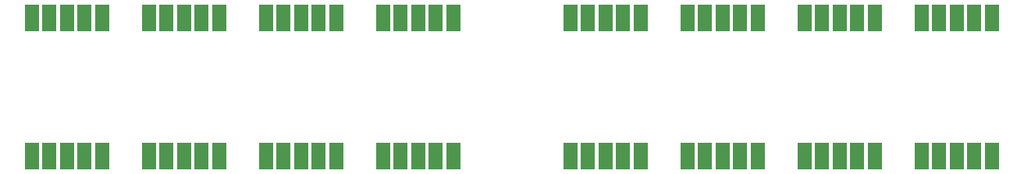
<source format=gbr>
%TF.GenerationSoftware,KiCad,Pcbnew,(5.1.8)-1*%
%TF.CreationDate,2021-01-26T11:35:07-05:00*%
%TF.ProjectId,SSD8_Row,53534438-5f52-46f7-972e-6b696361645f,rev?*%
%TF.SameCoordinates,Original*%
%TF.FileFunction,Paste,Top*%
%TF.FilePolarity,Positive*%
%FSLAX46Y46*%
G04 Gerber Fmt 4.6, Leading zero omitted, Abs format (unit mm)*
G04 Created by KiCad (PCBNEW (5.1.8)-1) date 2021-01-26 11:35:07*
%MOMM*%
%LPD*%
G01*
G04 APERTURE LIST*
%ADD10R,1.650000X3.000000*%
G04 APERTURE END LIST*
D10*
%TO.C,D4*%
X72507000Y-15995000D03*
X70607000Y-15995000D03*
X68707000Y-15995000D03*
X66807000Y-15995000D03*
X64907000Y-15995000D03*
X64907000Y-30995000D03*
X66807000Y-30995000D03*
X68707000Y-30995000D03*
X70607000Y-30995000D03*
X72507000Y-30995000D03*
%TD*%
%TO.C,D1*%
X34407000Y-15995000D03*
X32507000Y-15995000D03*
X30607000Y-15995000D03*
X28707000Y-15995000D03*
X26807000Y-15995000D03*
X26807000Y-30995000D03*
X28707000Y-30995000D03*
X30607000Y-30995000D03*
X32507000Y-30995000D03*
X34407000Y-30995000D03*
%TD*%
%TO.C,D5*%
X92827000Y-15995000D03*
X90927000Y-15995000D03*
X89027000Y-15995000D03*
X87127000Y-15995000D03*
X85227000Y-15995000D03*
X85227000Y-30995000D03*
X87127000Y-30995000D03*
X89027000Y-30995000D03*
X90927000Y-30995000D03*
X92827000Y-30995000D03*
%TD*%
%TO.C,D2*%
X47107000Y-30995000D03*
X45207000Y-30995000D03*
X43307000Y-30995000D03*
X41407000Y-30995000D03*
X39507000Y-30995000D03*
X39507000Y-15995000D03*
X41407000Y-15995000D03*
X43307000Y-15995000D03*
X45207000Y-15995000D03*
X47107000Y-15995000D03*
%TD*%
%TO.C,D6*%
X105527000Y-30995000D03*
X103627000Y-30995000D03*
X101727000Y-30995000D03*
X99827000Y-30995000D03*
X97927000Y-30995000D03*
X97927000Y-15995000D03*
X99827000Y-15995000D03*
X101727000Y-15995000D03*
X103627000Y-15995000D03*
X105527000Y-15995000D03*
%TD*%
%TO.C,D3*%
X59807000Y-30995000D03*
X57907000Y-30995000D03*
X56007000Y-30995000D03*
X54107000Y-30995000D03*
X52207000Y-30995000D03*
X52207000Y-15995000D03*
X54107000Y-15995000D03*
X56007000Y-15995000D03*
X57907000Y-15995000D03*
X59807000Y-15995000D03*
%TD*%
%TO.C,D7*%
X118227000Y-30995000D03*
X116327000Y-30995000D03*
X114427000Y-30995000D03*
X112527000Y-30995000D03*
X110627000Y-30995000D03*
X110627000Y-15995000D03*
X112527000Y-15995000D03*
X114427000Y-15995000D03*
X116327000Y-15995000D03*
X118227000Y-15995000D03*
%TD*%
%TO.C,D8*%
X130927000Y-15995000D03*
X129027000Y-15995000D03*
X127127000Y-15995000D03*
X125227000Y-15995000D03*
X123327000Y-15995000D03*
X123327000Y-30995000D03*
X125227000Y-30995000D03*
X127127000Y-30995000D03*
X129027000Y-30995000D03*
X130927000Y-30995000D03*
%TD*%
M02*

</source>
